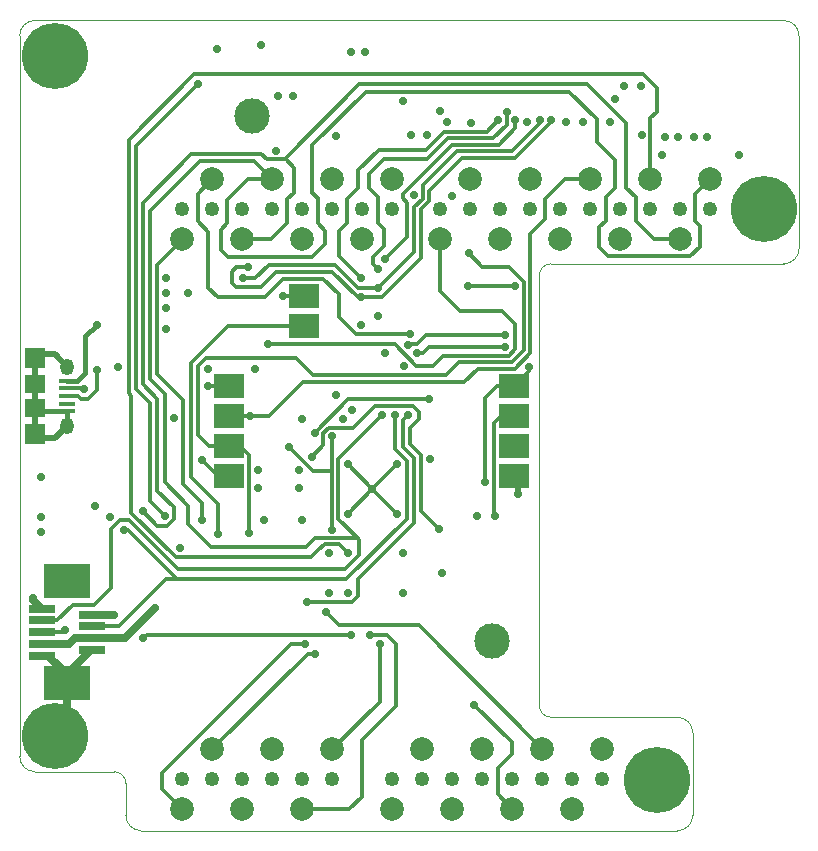
<source format=gtl>
G04 (created by PCBNEW (2013-07-07 BZR 4022)-stable) date 28/02/2015 19:43:01*
%MOIN*%
G04 Gerber Fmt 3.4, Leading zero omitted, Abs format*
%FSLAX34Y34*%
G01*
G70*
G90*
G04 APERTURE LIST*
%ADD10C,0.00590551*%
%ADD11C,0.000393701*%
%ADD12C,0.220472*%
%ADD13C,0.11811*%
%ADD14R,0.0984252X0.0787402*%
%ADD15R,0.0531496X0.0177165*%
%ADD16O,0.0452756X0.0551181*%
%ADD17R,0.0669291X0.0669291*%
%ADD18R,0.0669291X0.0590551*%
%ADD19C,0.0787402*%
%ADD20C,0.0492126*%
%ADD21R,0.0866142X0.0275591*%
%ADD22R,0.15748X0.11811*%
%ADD23C,0.0275591*%
%ADD24C,0.011811*%
%ADD25C,0.019685*%
%ADD26C,0.0275591*%
%ADD27C,0.015748*%
G04 APERTURE END LIST*
G54D10*
G54D11*
X42173Y-51606D02*
X42173Y-27590D01*
X42173Y-27590D02*
G75*
G02X42685Y-27078I511J0D01*
G74*
G01*
X45716Y-52511D02*
X45716Y-53574D01*
X42685Y-52118D02*
X45322Y-52118D01*
X67645Y-27078D02*
X42685Y-27078D01*
X68157Y-34677D02*
X68157Y-27590D01*
X59889Y-35188D02*
X67645Y-35188D01*
X59496Y-49913D02*
X59496Y-35582D01*
X64102Y-50307D02*
X59889Y-50307D01*
X64614Y-53574D02*
X64614Y-50818D01*
X46228Y-54086D02*
X64102Y-54086D01*
X45322Y-52118D02*
G75*
G02X45716Y-52511I0J-393D01*
G74*
G01*
X42685Y-52118D02*
G75*
G02X42173Y-51606I0J511D01*
G74*
G01*
X67645Y-27078D02*
G75*
G02X68157Y-27590I0J-511D01*
G74*
G01*
X68157Y-34678D02*
G75*
G02X67645Y-35188I-511J0D01*
G74*
G01*
X59496Y-35581D02*
G75*
G02X59889Y-35188I393J0D01*
G74*
G01*
X59889Y-50307D02*
G75*
G02X59496Y-49913I0J393D01*
G74*
G01*
X64103Y-50307D02*
G75*
G02X64614Y-50818I0J-511D01*
G74*
G01*
X64614Y-53575D02*
G75*
G02X64102Y-54086I-511J0D01*
G74*
G01*
X46227Y-54086D02*
G75*
G02X45716Y-53574I0J511D01*
G74*
G01*
G54D12*
X43354Y-50937D03*
X63433Y-52393D03*
X43354Y-28259D03*
X66976Y-33377D03*
G54D13*
X49905Y-30267D03*
X57905Y-47767D03*
G54D14*
X58649Y-39267D03*
X58649Y-40267D03*
X58649Y-41267D03*
X58649Y-42267D03*
X49161Y-39267D03*
X49161Y-40267D03*
X49161Y-41267D03*
X49161Y-42267D03*
X51641Y-37267D03*
X51641Y-36267D03*
G54D15*
X43767Y-39086D03*
X43767Y-39342D03*
X43767Y-39598D03*
X43767Y-39854D03*
X43767Y-40110D03*
G54D16*
X43767Y-38614D03*
X43767Y-40582D03*
G54D17*
X42704Y-38338D03*
X42704Y-40858D03*
G54D18*
X42704Y-39204D03*
X42704Y-39992D03*
G54D19*
X61602Y-51370D03*
X60602Y-53370D03*
X59602Y-51370D03*
X58602Y-53370D03*
X57602Y-51370D03*
X56602Y-53370D03*
X55602Y-51370D03*
X54602Y-53370D03*
G54D20*
X61602Y-52370D03*
X60602Y-52370D03*
X59602Y-52370D03*
X58602Y-52370D03*
X57602Y-52370D03*
X56602Y-52370D03*
X55602Y-52370D03*
X54602Y-52370D03*
G54D19*
X65202Y-32370D03*
X64202Y-34370D03*
X63202Y-32370D03*
X62202Y-34370D03*
X61202Y-32370D03*
X60202Y-34370D03*
X59202Y-32370D03*
X58202Y-34370D03*
X56202Y-34370D03*
G54D20*
X65202Y-33370D03*
X64202Y-33370D03*
X63202Y-33370D03*
X62202Y-33370D03*
X61202Y-33370D03*
X60202Y-33370D03*
X59202Y-33370D03*
X58202Y-33370D03*
X57202Y-33370D03*
X56202Y-33370D03*
G54D19*
X57202Y-32370D03*
X52602Y-51370D03*
X51602Y-53370D03*
X50602Y-51370D03*
X49602Y-53370D03*
X48602Y-51370D03*
X47602Y-53370D03*
G54D20*
X52602Y-52370D03*
X51602Y-52370D03*
X50602Y-52370D03*
X49602Y-52370D03*
X48602Y-52370D03*
X47602Y-52370D03*
G54D19*
X54602Y-32370D03*
X53602Y-34370D03*
X52602Y-32370D03*
X51602Y-34370D03*
X50602Y-32370D03*
X49602Y-34370D03*
X48602Y-32370D03*
X47602Y-34370D03*
G54D20*
X54602Y-33370D03*
X53602Y-33370D03*
X52602Y-33370D03*
X51602Y-33370D03*
X50602Y-33370D03*
X49602Y-33370D03*
X48602Y-33370D03*
X47602Y-33370D03*
G54D21*
X42921Y-46685D03*
X42921Y-47078D03*
X42921Y-47472D03*
X42921Y-47866D03*
X42921Y-48259D03*
X44574Y-47275D03*
X44574Y-47669D03*
X44574Y-46881D03*
X44574Y-48062D03*
G54D22*
X43748Y-45779D03*
X43748Y-49165D03*
G54D23*
X57322Y-49881D03*
X51496Y-42657D03*
X47795Y-36161D03*
X47066Y-36653D03*
X47066Y-36161D03*
X57224Y-30492D03*
X48740Y-28016D03*
X45196Y-43622D03*
X44685Y-43248D03*
X45314Y-46889D03*
X42637Y-46338D03*
X48444Y-38700D03*
X66141Y-31574D03*
X63602Y-31574D03*
X56240Y-45511D03*
X54960Y-44822D03*
X54133Y-36929D03*
X55846Y-41712D03*
X51476Y-42047D03*
X51574Y-43720D03*
X52952Y-40354D03*
X52500Y-44822D03*
X53110Y-44822D03*
X48779Y-44192D03*
X55807Y-39704D03*
X52007Y-40826D03*
X54271Y-40216D03*
X45669Y-44055D03*
X46279Y-43444D03*
X54704Y-40216D03*
X54370Y-35039D03*
X58700Y-30413D03*
X54114Y-35354D03*
X58405Y-30118D03*
X53543Y-35669D03*
X58129Y-30413D03*
X46692Y-46653D03*
X50452Y-37874D03*
X57696Y-42460D03*
X58681Y-35944D03*
X57106Y-35944D03*
X59153Y-38641D03*
X55137Y-40216D03*
X51751Y-46476D03*
X48267Y-43720D03*
X55177Y-37519D03*
X49822Y-44153D03*
X57145Y-34842D03*
X51692Y-47874D03*
X52007Y-48188D03*
X53858Y-47559D03*
X54173Y-47874D03*
X58366Y-37952D03*
X55413Y-38169D03*
X58011Y-43602D03*
X49625Y-35669D03*
X54133Y-35984D03*
X59507Y-30413D03*
X49783Y-35295D03*
X53543Y-36299D03*
X59881Y-30413D03*
X55137Y-37913D03*
X58366Y-37559D03*
X51909Y-41614D03*
X56141Y-44035D03*
X49842Y-40275D03*
X48267Y-41732D03*
X48464Y-39271D03*
X46299Y-47677D03*
X43700Y-47401D03*
X53228Y-47559D03*
X52401Y-46811D03*
X52598Y-40944D03*
X51161Y-41299D03*
X52578Y-44055D03*
X55236Y-30905D03*
X54940Y-29763D03*
X56181Y-30098D03*
X55767Y-30905D03*
X62893Y-29271D03*
X62322Y-29271D03*
X62027Y-29685D03*
X62913Y-30905D03*
X47047Y-37362D03*
X47066Y-35649D03*
X47519Y-44665D03*
X45452Y-38622D03*
X47322Y-40314D03*
X42874Y-44133D03*
X42874Y-43622D03*
X42893Y-42283D03*
X50314Y-43720D03*
X58779Y-42874D03*
X50019Y-38700D03*
X65098Y-30964D03*
X64665Y-30964D03*
X64114Y-30964D03*
X63681Y-30964D03*
X50964Y-36279D03*
X59094Y-30472D03*
X53543Y-37244D03*
X50216Y-27913D03*
X61870Y-30472D03*
X60964Y-30472D03*
X60374Y-30472D03*
X56437Y-30472D03*
X53700Y-28129D03*
X53228Y-28129D03*
X56594Y-32933D03*
X55314Y-32913D03*
X50708Y-31417D03*
X52736Y-30944D03*
X51279Y-29606D03*
X50787Y-29606D03*
X57421Y-43602D03*
X53110Y-43523D03*
X54763Y-43523D03*
X53110Y-41870D03*
X53937Y-42696D03*
X54763Y-41870D03*
X51594Y-40354D03*
X53267Y-40059D03*
X52736Y-39566D03*
X54980Y-38582D03*
X54370Y-38169D03*
X54960Y-46161D03*
X53110Y-46161D03*
X52500Y-46161D03*
X50118Y-42657D03*
X50118Y-42047D03*
X44744Y-37224D03*
X48129Y-29192D03*
X47007Y-43582D03*
X44744Y-38740D03*
X44311Y-39350D03*
G54D24*
X58110Y-52877D02*
X58110Y-52007D01*
X58110Y-52007D02*
X58582Y-51535D01*
X58582Y-51535D02*
X58582Y-51141D01*
X58582Y-51141D02*
X57322Y-49881D01*
X58602Y-53370D02*
X58110Y-52877D01*
X51496Y-42657D02*
X51496Y-42677D01*
G54D25*
X48740Y-28016D02*
X48740Y-28011D01*
X44685Y-43248D02*
X44685Y-43248D01*
G54D26*
X44574Y-46881D02*
X45307Y-46881D01*
X45307Y-46881D02*
X45314Y-46889D01*
X42921Y-46685D02*
X42637Y-46401D01*
X42637Y-46401D02*
X42637Y-46338D01*
G54D24*
X63202Y-32370D02*
X63202Y-30340D01*
X63405Y-29330D02*
X62952Y-28877D01*
X63405Y-30137D02*
X63405Y-29330D01*
X63202Y-30340D02*
X63405Y-30137D01*
X45885Y-39586D02*
X45885Y-43484D01*
X45885Y-39586D02*
X45807Y-39507D01*
X45807Y-39507D02*
X45807Y-31062D01*
X45807Y-31062D02*
X47992Y-28877D01*
X47992Y-28877D02*
X62952Y-28877D01*
X45885Y-43484D02*
X47381Y-44980D01*
X47381Y-44980D02*
X51889Y-44980D01*
X51889Y-44980D02*
X52125Y-44744D01*
X53110Y-44822D02*
X52814Y-44527D01*
X52814Y-44527D02*
X52342Y-44527D01*
X52342Y-44527D02*
X52125Y-44744D01*
X52125Y-44744D02*
X52125Y-44744D01*
X47874Y-41988D02*
X47874Y-42283D01*
X47874Y-42283D02*
X48779Y-43188D01*
X51877Y-37267D02*
X51688Y-37267D01*
X47874Y-38503D02*
X47874Y-41988D01*
X49114Y-37263D02*
X47874Y-38503D01*
X51692Y-37263D02*
X49114Y-37263D01*
X51688Y-37267D02*
X51692Y-37263D01*
X48779Y-43188D02*
X48779Y-44192D01*
X53129Y-39704D02*
X55807Y-39704D01*
X52007Y-40826D02*
X53129Y-39704D01*
X42921Y-47078D02*
X43433Y-47078D01*
X45236Y-45984D02*
X45236Y-44370D01*
X44665Y-46555D02*
X45236Y-45984D01*
X43956Y-46555D02*
X44665Y-46555D01*
X43433Y-47078D02*
X43956Y-46555D01*
X45511Y-43740D02*
X45807Y-43740D01*
X45236Y-44015D02*
X45511Y-43740D01*
X45236Y-44370D02*
X45236Y-44015D01*
X52795Y-41692D02*
X54271Y-40216D01*
X54271Y-40216D02*
X54271Y-40216D01*
X64842Y-34625D02*
X64842Y-33917D01*
X49775Y-32370D02*
X49094Y-33051D01*
X49094Y-33051D02*
X49094Y-33838D01*
X49094Y-33838D02*
X48877Y-34055D01*
X48877Y-34055D02*
X48877Y-34744D01*
X48877Y-34744D02*
X49114Y-34980D01*
X49114Y-34980D02*
X49429Y-34980D01*
X49429Y-34980D02*
X49429Y-34980D01*
X49429Y-34980D02*
X51909Y-34980D01*
X51909Y-34980D02*
X52362Y-34527D01*
X52362Y-34527D02*
X52362Y-34094D01*
X52362Y-34094D02*
X52106Y-33838D01*
X52106Y-33838D02*
X52106Y-32992D01*
X52106Y-32992D02*
X51929Y-32814D01*
X51929Y-32814D02*
X51929Y-31240D01*
X51929Y-31240D02*
X53720Y-29448D01*
X53720Y-29448D02*
X60492Y-29448D01*
X60492Y-29448D02*
X61417Y-30374D01*
X61417Y-30374D02*
X61417Y-31141D01*
X61417Y-31141D02*
X62007Y-31732D01*
X62007Y-31732D02*
X62007Y-32677D01*
X62007Y-32677D02*
X61712Y-32972D01*
X61712Y-32972D02*
X61712Y-33759D01*
X61712Y-33759D02*
X61496Y-33976D01*
X61496Y-33976D02*
X61496Y-34645D01*
X61496Y-34645D02*
X61791Y-34940D01*
X61791Y-34940D02*
X64527Y-34940D01*
X64527Y-34940D02*
X64842Y-34625D01*
X50602Y-32370D02*
X49775Y-32370D01*
X64704Y-32867D02*
X65202Y-32370D01*
X64704Y-33779D02*
X64704Y-32867D01*
X64842Y-33917D02*
X64704Y-33779D01*
X50602Y-32370D02*
X49984Y-31751D01*
X53425Y-44330D02*
X53405Y-44311D01*
X52007Y-44330D02*
X53425Y-44330D01*
X51712Y-44625D02*
X52007Y-44330D01*
X48543Y-44625D02*
X51712Y-44625D01*
X47775Y-43858D02*
X48543Y-44625D01*
X47775Y-43248D02*
X47775Y-43858D01*
X47007Y-42480D02*
X47775Y-43248D01*
X47007Y-39527D02*
X47007Y-42480D01*
X46515Y-39035D02*
X47007Y-39527D01*
X46515Y-33425D02*
X46515Y-39035D01*
X48188Y-31751D02*
X46515Y-33425D01*
X49984Y-31751D02*
X48188Y-31751D01*
X52795Y-43700D02*
X53405Y-44311D01*
X53405Y-44311D02*
X53503Y-44409D01*
X47440Y-45374D02*
X45807Y-43740D01*
X53011Y-45374D02*
X47440Y-45374D01*
X53503Y-44881D02*
X53011Y-45374D01*
X53503Y-44409D02*
X53503Y-44881D01*
X52795Y-41692D02*
X52795Y-43700D01*
X44574Y-47275D02*
X45480Y-47275D01*
X47055Y-45700D02*
X47421Y-45700D01*
X45480Y-47275D02*
X47055Y-45700D01*
X53503Y-29212D02*
X51043Y-31673D01*
X51043Y-31673D02*
X51043Y-31712D01*
X63307Y-34370D02*
X64202Y-34370D01*
X62716Y-33779D02*
X63307Y-34370D01*
X62716Y-32972D02*
X62716Y-33779D01*
X62401Y-32657D02*
X62716Y-32972D01*
X62401Y-30511D02*
X62401Y-32657D01*
X61102Y-29212D02*
X62401Y-30511D01*
X53503Y-29212D02*
X61102Y-29212D01*
X46279Y-43444D02*
X46751Y-43917D01*
X45775Y-44055D02*
X45669Y-44055D01*
X47421Y-45700D02*
X45775Y-44055D01*
X50551Y-34370D02*
X49602Y-34370D01*
X51102Y-33818D02*
X50551Y-34370D01*
X51102Y-33031D02*
X51102Y-33818D01*
X51318Y-32814D02*
X51102Y-33031D01*
X51318Y-31988D02*
X51318Y-32814D01*
X51043Y-31712D02*
X51318Y-31988D01*
X50413Y-31712D02*
X51043Y-31712D01*
X50236Y-31535D02*
X50413Y-31712D01*
X47893Y-31535D02*
X50236Y-31535D01*
X46279Y-33149D02*
X47893Y-31535D01*
X46279Y-39192D02*
X46279Y-33149D01*
X46771Y-39685D02*
X46279Y-39192D01*
X46771Y-42755D02*
X46771Y-39685D01*
X47322Y-43307D02*
X46771Y-42755D01*
X47322Y-43681D02*
X47322Y-43307D01*
X47086Y-43917D02*
X47322Y-43681D01*
X46751Y-43917D02*
X47086Y-43917D01*
X54704Y-40216D02*
X54704Y-41377D01*
X54704Y-41377D02*
X55078Y-41751D01*
X53059Y-45700D02*
X47421Y-45700D01*
X55078Y-43681D02*
X53059Y-45700D01*
X55078Y-41751D02*
X55078Y-43681D01*
X54370Y-35039D02*
X55098Y-34311D01*
X58700Y-30669D02*
X58700Y-30413D01*
X58149Y-31220D02*
X58700Y-30669D01*
X56594Y-31220D02*
X58149Y-31220D01*
X54960Y-32854D02*
X56594Y-31220D01*
X54960Y-33011D02*
X54960Y-32854D01*
X55098Y-33149D02*
X54960Y-33011D01*
X55098Y-34311D02*
X55098Y-33149D01*
X54330Y-31692D02*
X55767Y-31692D01*
X55767Y-31692D02*
X56456Y-31003D01*
X54114Y-35354D02*
X53956Y-35196D01*
X58405Y-30551D02*
X58405Y-30118D01*
X57952Y-31003D02*
X58405Y-30551D01*
X56456Y-31003D02*
X57952Y-31003D01*
X53818Y-32204D02*
X54330Y-31692D01*
X53818Y-32657D02*
X53818Y-32204D01*
X54114Y-32952D02*
X53818Y-32657D01*
X54114Y-33818D02*
X54114Y-32952D01*
X54330Y-34035D02*
X54114Y-33818D01*
X54330Y-34586D02*
X54330Y-34035D01*
X53956Y-34960D02*
X54330Y-34586D01*
X53956Y-35196D02*
X53956Y-34960D01*
X54143Y-31387D02*
X55718Y-31387D01*
X55718Y-31387D02*
X56318Y-30787D01*
X53454Y-32667D02*
X53454Y-32076D01*
X56318Y-30787D02*
X57755Y-30787D01*
X53454Y-32076D02*
X54143Y-31387D01*
X53543Y-35669D02*
X52814Y-34940D01*
X57755Y-30787D02*
X58129Y-30413D01*
X53090Y-33031D02*
X53454Y-32667D01*
X53090Y-33818D02*
X53090Y-33031D01*
X52814Y-34094D02*
X53090Y-33818D01*
X52814Y-34940D02*
X52814Y-34094D01*
G54D26*
X44574Y-47669D02*
X45677Y-47669D01*
X45677Y-47669D02*
X46692Y-46653D01*
X42921Y-47866D02*
X43826Y-47866D01*
X44023Y-47669D02*
X44574Y-47669D01*
X43826Y-47866D02*
X44023Y-47669D01*
G54D24*
X50452Y-37874D02*
X54685Y-37874D01*
X56202Y-34370D02*
X56202Y-36103D01*
X56202Y-36103D02*
X56850Y-36751D01*
X56850Y-36751D02*
X58267Y-36751D01*
X58267Y-36751D02*
X58700Y-37185D01*
X58700Y-37185D02*
X58700Y-38031D01*
X58700Y-38031D02*
X58484Y-38248D01*
X58484Y-38248D02*
X56299Y-38248D01*
X56299Y-38248D02*
X55964Y-38582D01*
X55964Y-38582D02*
X55393Y-38582D01*
X55393Y-38582D02*
X54685Y-37874D01*
X54685Y-37874D02*
X54685Y-37874D01*
X54685Y-37874D02*
X54685Y-37874D01*
X58094Y-39267D02*
X58649Y-39267D01*
X57696Y-39665D02*
X58094Y-39267D01*
X57696Y-42460D02*
X57696Y-39665D01*
X57106Y-35944D02*
X58681Y-35944D01*
X59153Y-38763D02*
X59153Y-38641D01*
X58649Y-39267D02*
X59153Y-38763D01*
X55137Y-40216D02*
X54940Y-40413D01*
X54940Y-40413D02*
X54940Y-41299D01*
X54940Y-41299D02*
X55314Y-41673D01*
X55314Y-41673D02*
X55314Y-43816D01*
X55314Y-43816D02*
X53444Y-45686D01*
X53444Y-45686D02*
X53444Y-46279D01*
X53444Y-46279D02*
X53248Y-46476D01*
X53248Y-46476D02*
X51751Y-46476D01*
X47618Y-34370D02*
X47602Y-34370D01*
X46751Y-35236D02*
X47618Y-34370D01*
X46751Y-38858D02*
X46751Y-35236D01*
X47637Y-39744D02*
X46751Y-38858D01*
X47637Y-42539D02*
X47637Y-39744D01*
X48267Y-43169D02*
X47637Y-42539D01*
X48267Y-43720D02*
X48267Y-43169D01*
X48789Y-36309D02*
X50344Y-36309D01*
X52814Y-36200D02*
X52814Y-36948D01*
X52303Y-35688D02*
X52814Y-36200D01*
X50964Y-35688D02*
X52303Y-35688D01*
X50344Y-36309D02*
X50964Y-35688D01*
X55177Y-37519D02*
X53385Y-37519D01*
X53385Y-37519D02*
X52814Y-36948D01*
X48110Y-32862D02*
X48602Y-32370D01*
X48110Y-33759D02*
X48110Y-32862D01*
X48464Y-34114D02*
X48110Y-33759D01*
X48464Y-35984D02*
X48464Y-34114D01*
X48789Y-36309D02*
X48464Y-35984D01*
X51968Y-38897D02*
X51397Y-38326D01*
X48472Y-41267D02*
X49515Y-41267D01*
X48110Y-40905D02*
X48472Y-41267D01*
X48110Y-38602D02*
X48110Y-40905D01*
X48385Y-38326D02*
X48110Y-38602D01*
X51397Y-38326D02*
X48385Y-38326D01*
X51968Y-38897D02*
X56377Y-38897D01*
X57598Y-35295D02*
X57145Y-34842D01*
X58484Y-35295D02*
X57598Y-35295D01*
X58976Y-35787D02*
X58484Y-35295D01*
X58976Y-38070D02*
X58976Y-35787D01*
X58582Y-38464D02*
X58976Y-38070D01*
X56811Y-38464D02*
X58582Y-38464D01*
X56377Y-38897D02*
X56811Y-38464D01*
X49515Y-41267D02*
X49822Y-41574D01*
X49822Y-44153D02*
X49822Y-41574D01*
X49822Y-44153D02*
X49822Y-44153D01*
X46929Y-52696D02*
X47602Y-53370D01*
X46929Y-52165D02*
X46929Y-52696D01*
X51220Y-47874D02*
X46929Y-52165D01*
X51692Y-47874D02*
X51220Y-47874D01*
X51783Y-48188D02*
X48602Y-51370D01*
X52007Y-48188D02*
X51783Y-48188D01*
X53858Y-47559D02*
X54409Y-47559D01*
X53165Y-53370D02*
X51602Y-53370D01*
X53582Y-52952D02*
X53165Y-53370D01*
X53582Y-51062D02*
X53582Y-52952D01*
X54724Y-49921D02*
X53582Y-51062D01*
X54724Y-47874D02*
X54724Y-49921D01*
X54409Y-47559D02*
X54724Y-47874D01*
X54173Y-47874D02*
X54173Y-49799D01*
X54173Y-49799D02*
X52602Y-51370D01*
X58649Y-40267D02*
X58236Y-40267D01*
X57992Y-43582D02*
X58011Y-43602D01*
X57992Y-40511D02*
X57992Y-43582D01*
X58236Y-40267D02*
X57992Y-40511D01*
X55413Y-38169D02*
X55610Y-38169D01*
X55610Y-38169D02*
X55826Y-37952D01*
X55826Y-37952D02*
X58366Y-37952D01*
X58011Y-43602D02*
X58011Y-43602D01*
X49625Y-35669D02*
X50019Y-35669D01*
X53444Y-35984D02*
X54133Y-35984D01*
X52677Y-35216D02*
X53444Y-35984D01*
X50472Y-35216D02*
X52677Y-35216D01*
X50019Y-35669D02*
X50472Y-35216D01*
X54133Y-35984D02*
X55334Y-34783D01*
X59507Y-30511D02*
X59507Y-30413D01*
X58582Y-31437D02*
X59507Y-30511D01*
X56751Y-31437D02*
X58582Y-31437D01*
X55610Y-32578D02*
X56751Y-31437D01*
X55610Y-33031D02*
X55610Y-32578D01*
X55334Y-33307D02*
X55610Y-33031D01*
X55334Y-34783D02*
X55334Y-33307D01*
X49399Y-35305D02*
X49773Y-35305D01*
X49773Y-35305D02*
X49783Y-35295D01*
X53444Y-36299D02*
X52598Y-35452D01*
X52598Y-35452D02*
X50728Y-35452D01*
X50728Y-35452D02*
X50216Y-35964D01*
X50216Y-35964D02*
X49389Y-35964D01*
X49389Y-35964D02*
X49251Y-35826D01*
X49251Y-35826D02*
X49251Y-35452D01*
X49251Y-35452D02*
X49399Y-35305D01*
X53543Y-36299D02*
X53444Y-36299D01*
X58690Y-31663D02*
X56919Y-31663D01*
X55570Y-35000D02*
X54271Y-36299D01*
X55570Y-33366D02*
X55570Y-35000D01*
X55826Y-33110D02*
X55570Y-33366D01*
X55826Y-32755D02*
X55826Y-33110D01*
X56919Y-31663D02*
X55826Y-32755D01*
X53543Y-36299D02*
X54271Y-36299D01*
X59881Y-30472D02*
X59881Y-30413D01*
X58700Y-31653D02*
X59881Y-30472D01*
X58700Y-31653D02*
X58700Y-31653D01*
X58690Y-31663D02*
X58700Y-31653D01*
X55413Y-37854D02*
X55708Y-37559D01*
X55196Y-37854D02*
X55413Y-37854D01*
X55137Y-37913D02*
X55196Y-37854D01*
X55708Y-37559D02*
X58366Y-37559D01*
X54389Y-39921D02*
X54015Y-39921D01*
X54015Y-39921D02*
X53287Y-40649D01*
X52303Y-40826D02*
X52303Y-41220D01*
X52303Y-40826D02*
X52480Y-40649D01*
X52480Y-40649D02*
X53287Y-40649D01*
X52303Y-41220D02*
X51909Y-41614D01*
X55551Y-43444D02*
X56141Y-44035D01*
X55551Y-41574D02*
X55551Y-43444D01*
X55177Y-41200D02*
X55551Y-41574D01*
X55177Y-40669D02*
X55177Y-41200D01*
X55472Y-40374D02*
X55177Y-40669D01*
X55472Y-40118D02*
X55472Y-40374D01*
X55275Y-39921D02*
X55472Y-40118D01*
X54389Y-39921D02*
X55275Y-39921D01*
X58681Y-38681D02*
X57440Y-38681D01*
X57440Y-38681D02*
X56978Y-39143D01*
X51624Y-39143D02*
X56978Y-39143D01*
X50492Y-40275D02*
X51624Y-39143D01*
X49842Y-40275D02*
X50492Y-40275D01*
X59192Y-38169D02*
X59192Y-34212D01*
X58681Y-38681D02*
X59192Y-38169D01*
X61202Y-32370D02*
X60366Y-32370D01*
X59704Y-33700D02*
X59192Y-34212D01*
X59704Y-33031D02*
X59704Y-33700D01*
X60366Y-32370D02*
X59704Y-33031D01*
X49834Y-40267D02*
X49161Y-40267D01*
X49842Y-40275D02*
X49834Y-40267D01*
X48803Y-42267D02*
X49161Y-42267D01*
X48803Y-42267D02*
X48267Y-41732D01*
X49161Y-39267D02*
X48468Y-39267D01*
X48468Y-39267D02*
X48464Y-39271D01*
X42921Y-47472D02*
X43629Y-47472D01*
X46417Y-47559D02*
X47874Y-47559D01*
X46299Y-47677D02*
X46417Y-47559D01*
X43629Y-47472D02*
X43700Y-47401D01*
X47874Y-47559D02*
X50688Y-47559D01*
X53228Y-47559D02*
X50688Y-47559D01*
X52401Y-46811D02*
X52834Y-47244D01*
X52578Y-40964D02*
X52578Y-41633D01*
X52598Y-40944D02*
X52578Y-40964D01*
X52578Y-42106D02*
X51968Y-42106D01*
X51968Y-42106D02*
X51161Y-41299D01*
X52578Y-41633D02*
X52578Y-42106D01*
X52578Y-42106D02*
X52578Y-44055D01*
X55476Y-47244D02*
X59602Y-51370D01*
X52834Y-47244D02*
X55476Y-47244D01*
G54D26*
X44574Y-48062D02*
X44555Y-48062D01*
X44555Y-48062D02*
X43748Y-48870D01*
X42921Y-48259D02*
X43137Y-48259D01*
X43137Y-48259D02*
X43748Y-48870D01*
X43748Y-48870D02*
X43748Y-50543D01*
X43748Y-50543D02*
X43354Y-50937D01*
G54D25*
X58649Y-42267D02*
X58779Y-42397D01*
X58779Y-42397D02*
X58779Y-42874D01*
G54D27*
X43767Y-40110D02*
X43767Y-40582D01*
X43767Y-40110D02*
X42822Y-40110D01*
X42822Y-40110D02*
X42704Y-39992D01*
G54D25*
X42704Y-39992D02*
X42704Y-40996D01*
X42704Y-39204D02*
X42704Y-39992D01*
X42704Y-38200D02*
X42704Y-39204D01*
X42704Y-40996D02*
X43354Y-40996D01*
X43354Y-40996D02*
X43767Y-40582D01*
X42704Y-38200D02*
X43354Y-38200D01*
X43354Y-38200D02*
X43767Y-38614D01*
G54D24*
X50964Y-36279D02*
X51629Y-36279D01*
X51629Y-36279D02*
X51641Y-36267D01*
X53937Y-42696D02*
X53110Y-43523D01*
X53937Y-42696D02*
X54763Y-43523D01*
X53937Y-42696D02*
X53110Y-41870D01*
X53937Y-42696D02*
X54763Y-41870D01*
G54D27*
X43767Y-39086D02*
X44102Y-39086D01*
X44370Y-37598D02*
X44744Y-37224D01*
X44370Y-38818D02*
X44370Y-37598D01*
X44102Y-39086D02*
X44370Y-38818D01*
G54D24*
X46043Y-31259D02*
X48110Y-29192D01*
X48110Y-29192D02*
X48129Y-29192D01*
X46515Y-39842D02*
X46515Y-43090D01*
X46515Y-43090D02*
X47007Y-43582D01*
X46515Y-39842D02*
X46043Y-39370D01*
X46043Y-39370D02*
X46043Y-31259D01*
X44125Y-39598D02*
X44212Y-39685D01*
X44212Y-39685D02*
X44448Y-39685D01*
X44448Y-39685D02*
X44744Y-39389D01*
X44744Y-39389D02*
X44744Y-38740D01*
X43767Y-39598D02*
X44125Y-39598D01*
G54D27*
X44303Y-39342D02*
X44311Y-39350D01*
G54D24*
X43767Y-39342D02*
X44303Y-39342D01*
M02*

</source>
